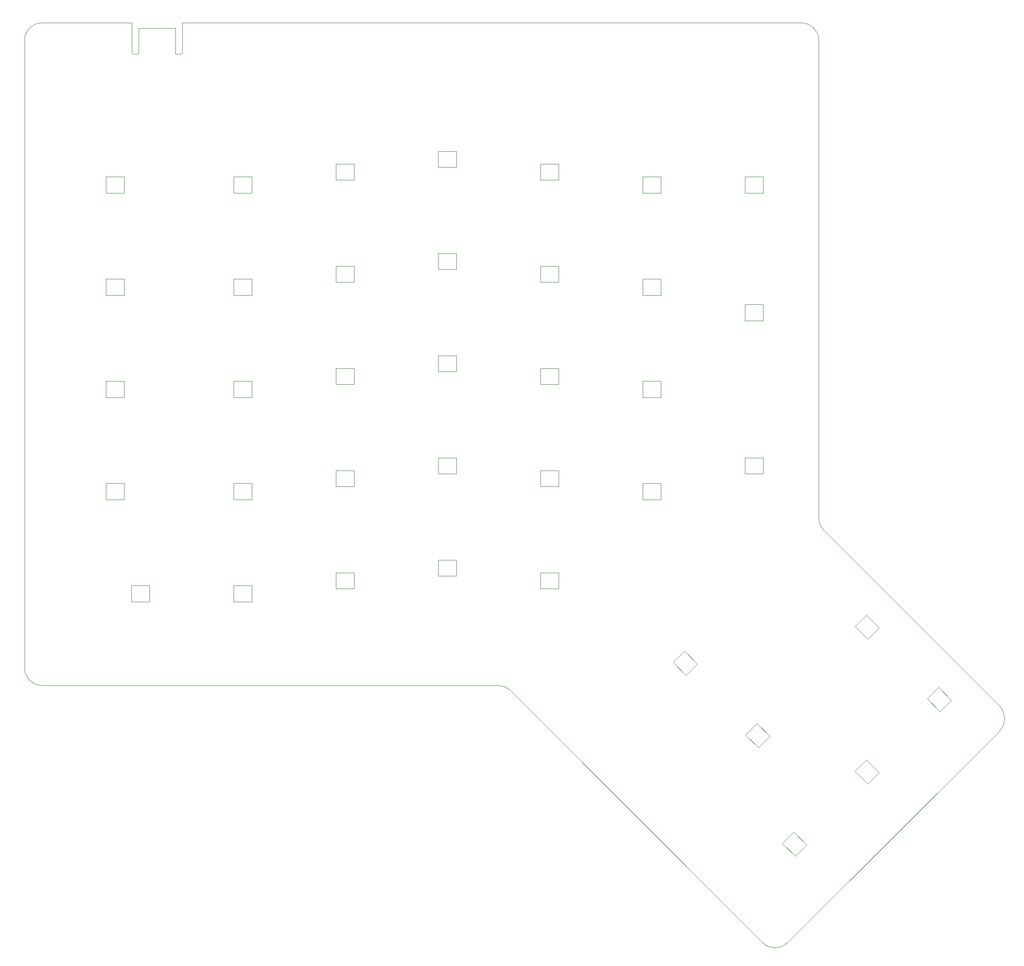
<source format=gbr>
%TF.GenerationSoftware,KiCad,Pcbnew,(5.1.8)-1*%
%TF.CreationDate,2022-07-09T15:07:12+10:00*%
%TF.ProjectId,ergonomic_split_left,6572676f-6e6f-46d6-9963-5f73706c6974,rev?*%
%TF.SameCoordinates,Original*%
%TF.FileFunction,Profile,NP*%
%FSLAX46Y46*%
G04 Gerber Fmt 4.6, Leading zero omitted, Abs format (unit mm)*
G04 Created by KiCad (PCBNEW (5.1.8)-1) date 2022-07-09 15:07:12*
%MOMM*%
%LPD*%
G01*
G04 APERTURE LIST*
%TA.AperFunction,Profile*%
%ADD10C,0.050000*%
%TD*%
G04 APERTURE END LIST*
D10*
X105981500Y-59486800D02*
X105181400Y-59486800D01*
X106230000Y-53670200D02*
X106235500Y-59232800D01*
X104927400Y-54686200D02*
X104927400Y-59232800D01*
X98120200Y-54686200D02*
X104927400Y-54686200D01*
X98120200Y-59232800D02*
X98120200Y-54686200D01*
X97078800Y-59486800D02*
X97866200Y-59486800D01*
X96824800Y-59232800D02*
X96827400Y-53670200D01*
X106235500Y-59232800D02*
G75*
G02*
X105981500Y-59486800I-254000J0D01*
G01*
X105181400Y-59486800D02*
G75*
G02*
X104927400Y-59232800I0J254000D01*
G01*
X98120200Y-59232800D02*
G75*
G02*
X97866200Y-59486800I-254000J0D01*
G01*
X97078800Y-59486800D02*
G75*
G02*
X96824800Y-59232800I0J254000D01*
G01*
X106230000Y-53670200D02*
X221589600Y-53670200D01*
X96827400Y-53670200D02*
X80035400Y-53670200D01*
X76835000Y-173964600D02*
X76835000Y-56870600D01*
X165049200Y-177165000D02*
X80035400Y-177165000D01*
X214376000Y-225171000D02*
X167310370Y-178101607D01*
X258495800Y-185608060D02*
X218907460Y-225171000D01*
X225729800Y-148310600D02*
X258495800Y-181076600D01*
X224790000Y-56870600D02*
X224791952Y-146046436D01*
X221589600Y-53670200D02*
G75*
G02*
X224790000Y-56870600I0J-3200400D01*
G01*
X76835000Y-56870600D02*
G75*
G02*
X80035400Y-53670200I3200400J0D01*
G01*
X165049200Y-177165000D02*
G75*
G02*
X167310370Y-178101607I0J-3197777D01*
G01*
X225729800Y-148310600D02*
G75*
G02*
X224791952Y-146046436I2264164J2264164D01*
G01*
X80035400Y-177165000D02*
G75*
G02*
X76835000Y-173964600I0J3200400D01*
G01*
X218907460Y-225171000D02*
G75*
G02*
X214376000Y-225171000I-2265730J2265730D01*
G01*
X258495800Y-181076600D02*
G75*
G02*
X258495800Y-185608060I-2265730J-2265730D01*
G01*
%TO.C,SW6*%
X96721260Y-158546310D02*
X100121260Y-158546310D01*
X96721260Y-161546310D02*
X96721260Y-158546310D01*
X100121260Y-158546310D02*
X100121260Y-161546310D01*
X100121260Y-161546310D02*
X96721260Y-161546310D01*
%TO.C,SW37*%
X211022460Y-134734960D02*
X214422460Y-134734960D01*
X214422460Y-134734960D02*
X214422460Y-137734960D01*
X211022460Y-137734960D02*
X211022460Y-134734960D01*
X214422460Y-137734960D02*
X211022460Y-137734960D01*
%TO.C,SW36*%
X211022460Y-106159960D02*
X214422460Y-106159960D01*
X214422460Y-106159960D02*
X214422460Y-109159960D01*
X211022460Y-109159960D02*
X211022460Y-106159960D01*
X214422460Y-109159960D02*
X211022460Y-109159960D01*
%TO.C,SW24*%
X199767623Y-170757155D02*
X202171786Y-173161318D01*
X197646302Y-172878476D02*
X199767623Y-170757155D01*
X202171786Y-173161318D02*
X200050465Y-175282639D01*
X200050465Y-175282639D02*
X197646302Y-172878476D01*
%TO.C,SW18*%
X213261373Y-184250905D02*
X215665536Y-186655068D01*
X211140052Y-186372226D02*
X213261373Y-184250905D01*
X215665536Y-186655068D02*
X213544215Y-188776389D01*
X213544215Y-188776389D02*
X211140052Y-186372226D01*
%TO.C,SW5*%
X91959960Y-139497460D02*
X95359960Y-139497460D01*
X95359960Y-139497460D02*
X95359960Y-142497460D01*
X91959960Y-142497460D02*
X91959960Y-139497460D01*
X95359960Y-142497460D02*
X91959960Y-142497460D01*
%TO.C,SW4*%
X95358760Y-123446310D02*
X91958760Y-123446310D01*
X95358760Y-120446310D02*
X95358760Y-123446310D01*
X91958760Y-123446310D02*
X91958760Y-120446310D01*
X91958760Y-120446310D02*
X95358760Y-120446310D01*
%TO.C,SW3*%
X91959960Y-101397460D02*
X95359960Y-101397460D01*
X95359960Y-101397460D02*
X95359960Y-104397460D01*
X91959960Y-104397460D02*
X91959960Y-101397460D01*
X95359960Y-104397460D02*
X91959960Y-104397460D01*
%TO.C,SW2*%
X95358760Y-85346310D02*
X91958760Y-85346310D01*
X95358760Y-82346310D02*
X95358760Y-85346310D01*
X91958760Y-85346310D02*
X91958760Y-82346310D01*
X91958760Y-82346310D02*
X95358760Y-82346310D01*
%TO.C,SW39*%
X211021260Y-82346310D02*
X214421260Y-82346310D01*
X211021260Y-85346310D02*
X211021260Y-82346310D01*
X214421260Y-82346310D02*
X214421260Y-85346310D01*
X214421260Y-85346310D02*
X211021260Y-85346310D01*
%TO.C,SW38*%
X247393561Y-182044510D02*
X244989398Y-179640347D01*
X244989398Y-179640347D02*
X247110718Y-177519027D01*
X249514881Y-179923190D02*
X247393561Y-182044510D01*
X247110718Y-177519027D02*
X249514881Y-179923190D01*
%TO.C,SW35*%
X233899811Y-168550760D02*
X231495648Y-166146597D01*
X231495648Y-166146597D02*
X233616968Y-164025277D01*
X236021131Y-166429440D02*
X233899811Y-168550760D01*
X233616968Y-164025277D02*
X236021131Y-166429440D01*
%TO.C,SW34*%
X195372460Y-142497460D02*
X191972460Y-142497460D01*
X191972460Y-142497460D02*
X191972460Y-139497460D01*
X195372460Y-139497460D02*
X195372460Y-142497460D01*
X191972460Y-139497460D02*
X195372460Y-139497460D01*
%TO.C,SW33*%
X191971260Y-120446310D02*
X195371260Y-120446310D01*
X191971260Y-123446310D02*
X191971260Y-120446310D01*
X195371260Y-120446310D02*
X195371260Y-123446310D01*
X195371260Y-123446310D02*
X191971260Y-123446310D01*
%TO.C,SW32*%
X195372460Y-104397460D02*
X191972460Y-104397460D01*
X191972460Y-104397460D02*
X191972460Y-101397460D01*
X195372460Y-101397460D02*
X195372460Y-104397460D01*
X191972460Y-101397460D02*
X195372460Y-101397460D01*
%TO.C,SW31*%
X191967520Y-82342620D02*
X195367520Y-82342620D01*
X191967520Y-85342620D02*
X191967520Y-82342620D01*
X195367520Y-82342620D02*
X195367520Y-85342620D01*
X195367520Y-85342620D02*
X191967520Y-85342620D01*
%TO.C,SW30*%
X233899776Y-195533006D02*
X231495613Y-193128843D01*
X231495613Y-193128843D02*
X233616933Y-191007523D01*
X236021096Y-193411686D02*
X233899776Y-195533006D01*
X233616933Y-191007523D02*
X236021096Y-193411686D01*
%TO.C,SW29*%
X172921260Y-156165060D02*
X176321260Y-156165060D01*
X172921260Y-159165060D02*
X172921260Y-156165060D01*
X176321260Y-156165060D02*
X176321260Y-159165060D01*
X176321260Y-159165060D02*
X172921260Y-159165060D01*
%TO.C,SW28*%
X176322460Y-140116210D02*
X172922460Y-140116210D01*
X172922460Y-140116210D02*
X172922460Y-137116210D01*
X176322460Y-137116210D02*
X176322460Y-140116210D01*
X172922460Y-137116210D02*
X176322460Y-137116210D01*
%TO.C,SW27*%
X172921260Y-118065060D02*
X176321260Y-118065060D01*
X172921260Y-121065060D02*
X172921260Y-118065060D01*
X176321260Y-118065060D02*
X176321260Y-121065060D01*
X176321260Y-121065060D02*
X172921260Y-121065060D01*
%TO.C,SW26*%
X176322460Y-102016210D02*
X172922460Y-102016210D01*
X172922460Y-102016210D02*
X172922460Y-99016210D01*
X176322460Y-99016210D02*
X176322460Y-102016210D01*
X172922460Y-99016210D02*
X176322460Y-99016210D01*
%TO.C,SW25*%
X172921260Y-79965060D02*
X176321260Y-79965060D01*
X172921260Y-82965060D02*
X172921260Y-79965060D01*
X176321260Y-79965060D02*
X176321260Y-82965060D01*
X176321260Y-82965060D02*
X172921260Y-82965060D01*
%TO.C,SW23*%
X153867520Y-153783810D02*
X157267520Y-153783810D01*
X153867520Y-156783810D02*
X153867520Y-153783810D01*
X157267520Y-153783810D02*
X157267520Y-156783810D01*
X157267520Y-156783810D02*
X153867520Y-156783810D01*
%TO.C,SW22*%
X157272460Y-137734960D02*
X153872460Y-137734960D01*
X153872460Y-137734960D02*
X153872460Y-134734960D01*
X157272460Y-134734960D02*
X157272460Y-137734960D01*
X153872460Y-134734960D02*
X157272460Y-134734960D01*
%TO.C,SW21*%
X153871260Y-115683810D02*
X157271260Y-115683810D01*
X153871260Y-118683810D02*
X153871260Y-115683810D01*
X157271260Y-115683810D02*
X157271260Y-118683810D01*
X157271260Y-118683810D02*
X153871260Y-118683810D01*
%TO.C,SW20*%
X157272460Y-99634960D02*
X153872460Y-99634960D01*
X153872460Y-99634960D02*
X153872460Y-96634960D01*
X157272460Y-96634960D02*
X157272460Y-99634960D01*
X153872460Y-96634960D02*
X157272460Y-96634960D01*
%TO.C,SW19*%
X153871260Y-77580120D02*
X157271260Y-77580120D01*
X153871260Y-80580120D02*
X153871260Y-77580120D01*
X157271260Y-77580120D02*
X157271260Y-80580120D01*
X157271260Y-80580120D02*
X153871260Y-80580120D01*
%TO.C,SW17*%
X134821260Y-156165060D02*
X138221260Y-156165060D01*
X134821260Y-159165060D02*
X134821260Y-156165060D01*
X138221260Y-156165060D02*
X138221260Y-159165060D01*
X138221260Y-159165060D02*
X134821260Y-159165060D01*
%TO.C,SW16*%
X138222460Y-140116210D02*
X134822460Y-140116210D01*
X134822460Y-140116210D02*
X134822460Y-137116210D01*
X138222460Y-137116210D02*
X138222460Y-140116210D01*
X134822460Y-137116210D02*
X138222460Y-137116210D01*
%TO.C,SW15*%
X134821260Y-118065060D02*
X138221260Y-118065060D01*
X134821260Y-121065060D02*
X134821260Y-118065060D01*
X138221260Y-118065060D02*
X138221260Y-121065060D01*
X138221260Y-121065060D02*
X134821260Y-121065060D01*
%TO.C,SW14*%
X138218720Y-102012520D02*
X134818720Y-102012520D01*
X134818720Y-102012520D02*
X134818720Y-99012520D01*
X138218720Y-99012520D02*
X138218720Y-102012520D01*
X134818720Y-99012520D02*
X138218720Y-99012520D01*
%TO.C,SW13*%
X134821260Y-79965060D02*
X138221260Y-79965060D01*
X134821260Y-82965060D02*
X134821260Y-79965060D01*
X138221260Y-79965060D02*
X138221260Y-82965060D01*
X138221260Y-82965060D02*
X134821260Y-82965060D01*
%TO.C,SW12*%
X220123148Y-204499611D02*
X222527311Y-206903774D01*
X218001827Y-206620932D02*
X220123148Y-204499611D01*
X222527311Y-206903774D02*
X220405990Y-209025095D01*
X220405990Y-209025095D02*
X218001827Y-206620932D01*
%TO.C,SW11*%
X115771260Y-158546310D02*
X119171260Y-158546310D01*
X115771260Y-161546310D02*
X115771260Y-158546310D01*
X119171260Y-158546310D02*
X119171260Y-161546310D01*
X119171260Y-161546310D02*
X115771260Y-161546310D01*
%TO.C,SW10*%
X119172460Y-142497460D02*
X115772460Y-142497460D01*
X115772460Y-142497460D02*
X115772460Y-139497460D01*
X119172460Y-139497460D02*
X119172460Y-142497460D01*
X115772460Y-139497460D02*
X119172460Y-139497460D01*
%TO.C,SW9*%
X115771260Y-120446310D02*
X119171260Y-120446310D01*
X115771260Y-123446310D02*
X115771260Y-120446310D01*
X119171260Y-120446310D02*
X119171260Y-123446310D01*
X119171260Y-123446310D02*
X115771260Y-123446310D01*
%TO.C,SW8*%
X119172460Y-104397460D02*
X115772460Y-104397460D01*
X115772460Y-104397460D02*
X115772460Y-101397460D01*
X119172460Y-101397460D02*
X119172460Y-104397460D01*
X115772460Y-101397460D02*
X119172460Y-101397460D01*
%TO.C,SW7*%
X115771260Y-82346310D02*
X119171260Y-82346310D01*
X115771260Y-85346310D02*
X115771260Y-82346310D01*
X119171260Y-82346310D02*
X119171260Y-85346310D01*
X119171260Y-85346310D02*
X115771260Y-85346310D01*
%TD*%
M02*

</source>
